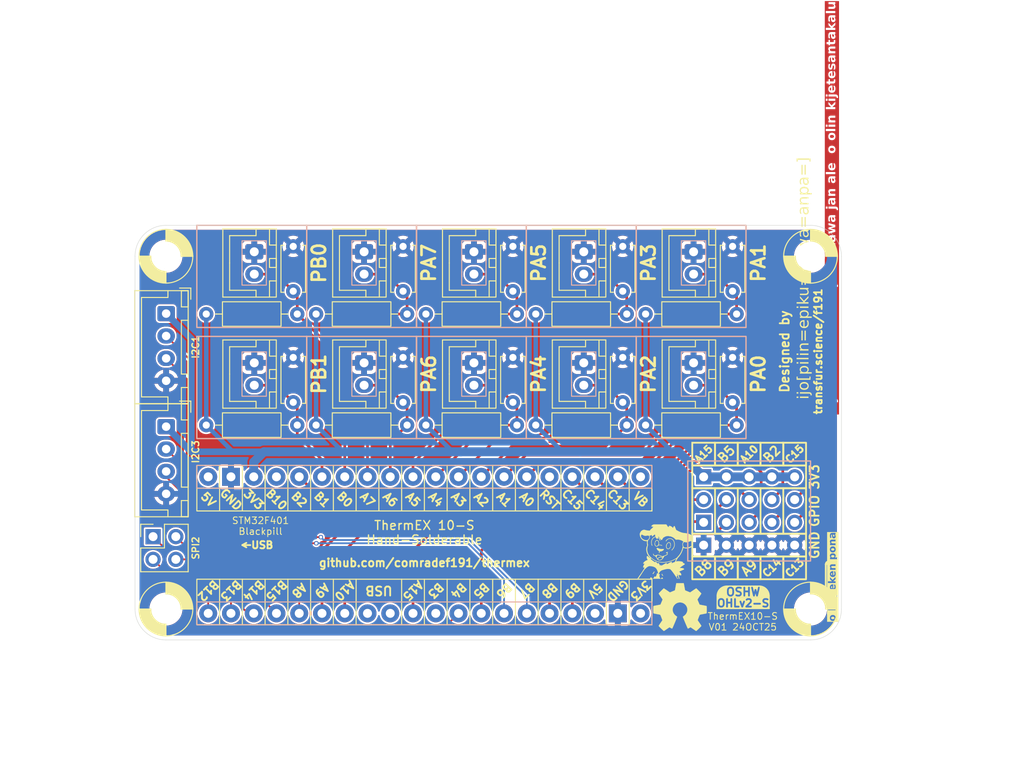
<source format=kicad_pcb>
(kicad_pcb (version 20241229) (generator "pcbnew") (generator_version "9.0")
  (layers (0 "F.Cu" signal) (2 "B.Cu" signal) (13 "F.Paste" user) (15 "B.Paste" user) (5 "F.SilkS" user "F.Silkscreen") (7 "B.SilkS" user "B.Silkscreen") (1 "F.Mask" user) (3 "B.Mask" user) (25 "Edge.Cuts" user))
  (net 0 "")
  (net 1 "GND")
  (net 2 "/ADC-0")
  (net 3 "/ADC-1")
  (net 4 "/ADC-2")
  (net 5 "/ADC-3")
  (net 6 "/ADC-4")
  (net 7 "/ADC-6")
  (net 8 "/ADC-5")
  (net 9 "/ADC-7")
  (net 10 "/ADC-8")
  (net 11 "/ADC-9")
  (net 12 "/GPIO-4")
  (net 13 "/GPIO-5")
  (net 14 "/GPIO-3")
  (net 15 "/GPIO-2")
  (net 16 "/GPIO-11")
  (net 17 "/GPIO-1")
  (net 18 "/GPIO-6")
  (net 19 "/GPIO-10")
  (net 20 "/GPIO-9")
  (net 21 "/GPIO-8")
  (net 22 "+3V3")
  (net 23 "/SPI2-SCK")
  (net 24 "/GPIO-12")
  (net 25 "/SPI2-MISO")
  (net 26 "/SPI2-MOSI")
  (net 28 "/I2C-SDA-1")
  (net 31 "/I2C-SCL-2")
  (net 32 "/I2C-SDA-3")
  (net 33 "/I2C-SCL-1")
  (net 36 "/I2C-SDA-2")
  (net 38 "/I2C-SCL-3")
  (footprint "Resistor_THT:R_Axial_DIN0207_L6.3mm_D2.5mm_P10.16mm_Horizontal" (layer "F.Cu") (at 148.261 63.445)
    (property "Reference" "R1" (hide yes))
    (property "Value" "4.7kΩ")
  )
  (footprint "Capacitor_THT:C_Disc_D5.0mm_W2.5mm_P5.00mm" (layer "F.Cu") (at 157.971 60.895 90)
    (property "Reference" "C1" (hide yes))
    (property "Value" "100nF")
  )
  (footprint "Resistor_THT:R_Axial_DIN0207_L6.3mm_D2.5mm_P10.16mm_Horizontal" (layer "F.Cu") (at 136.001 63.445)
    (property "Reference" "R3" (hide yes))
    (property "Value" "4.7kΩ")
  )
  (footprint "Resistor_THT:R_Axial_DIN0207_L6.3mm_D2.5mm_P10.16mm_Horizontal" (layer "F.Cu") (at 111.481 51.045)
    (property "Reference" "R8" (hide yes))
    (property "Value" "4.7kΩ")
  )
  (footprint "Resistor_THT:R_Axial_DIN0207_L6.3mm_D2.5mm_P10.16mm_Horizontal" (layer "F.Cu") (at 111.481 63.445)
    (property "Reference" "R7" (hide yes))
    (property "Value" "4.7kΩ")
  )
  (footprint "CustomFootprints:Socketed MCU - STM32 BlackPill" (layer "F.Cu") (at 123.571 76.835 180)
    (property "Reference" "U1" (hide yes))
    (property "Value" "~")
  )
  (footprint "CustomFootprints:JST-XH_1x02-V ~ Custom" (layer "F.Cu") (at 141.361 57.745 -90)
    (property "Reference" "J7" (hide yes))
    (property "Value" "1x2-JSTXH")
  )
  (footprint "CustomFootprints:JST-XH_1x02-V ~ Custom" (layer "F.Cu") (at 116.841 57.745 -90)
    (property "Reference" "J11" (hide yes))
    (property "Value" "1x2-JSTXH")
  )
  (footprint "CustomFootprints:JST-XH_1x02-V ~ Custom" (layer "F.Cu") (at 141.361 45.345 -90)
    (property "Reference" "J8" (hide yes))
    (property "Value" "1x2-JSTXH")
  )
  (footprint "Connector_PinHeader_2.54mm:PinHeader_1x05_P2.54mm_Vertical" (layer "F.Cu") (at 154.741 76.84 90)
    (property "Reference" "J1" (hide yes))
    (property "Value" "2.54_1x5-M")
  )
  (footprint "Resistor_THT:R_Axial_DIN0207_L6.3mm_D2.5mm_P10.16mm_Horizontal" (layer "F.Cu") (at 136.001 51.045)
    (property "Reference" "R4" (hide yes))
    (property "Value" "4.7kΩ")
  )
  (footprint "Capacitor_THT:C_Disc_D5.0mm_W2.5mm_P5.00mm" (layer "F.Cu") (at 145.711 48.495 90)
    (property "Reference" "C4" (hide yes))
    (property "Value" "100nF")
  )
  (footprint "Capacitor_THT:C_Disc_D5.0mm_W2.5mm_P5.00mm" (layer "F.Cu") (at 145.711 60.895 90)
    (property "Reference" "C3" (hide yes))
    (property "Value" "100nF")
  )
  (footprint "Capacitor_THT:C_Disc_D5.0mm_W2.5mm_P5.00mm" (layer "F.Cu") (at 121.191 48.495 90)
    (property "Reference" "C8" (hide yes))
    (property "Value" "100nF")
  )
  (footprint "CustomFootprints:JST-XH_1x02-V ~ Custom" (layer "F.Cu") (at 153.621 45.345 -90)
    (property "Reference" "J6" (hide yes))
    (property "Value" "1x2-JSTXH")
  )
  (footprint "Symbol:OSHW-Symbol_6.7x6mm_SilkScreen" (layer "F.Cu") (at 152.0952 83.7692)
    (property "Reference" "REF**" (hide yes))
    (property "Value" "OSHW-Symbol_6.7x6mm_SilkScreen" (hide yes))
  )
  (footprint "Connector_PinHeader_2.54mm:PinHeader_1x05_P2.54mm_Vertical" (layer "F.Cu") (at 154.741 69.22 90)
    (property "Reference" "J3" (hide yes))
    (property "Value" "2.54_1x5-M")
  )
  (footprint "CustomFootprints:JST-XH_1x02-V ~ Custom" (layer "F.Cu") (at 116.841 45.345 -90)
    (property "Reference" "J12" (hide yes))
    (property "Value" "1x2-JSTXH")
  )
  (footprint "Capacitor_THT:C_Disc_D5.0mm_W2.5mm_P5.00mm" (layer "F.Cu") (at 133.451 60.895 90)
    (property "Reference" "C5" (hide yes))
    (property "Value" "100nF")
  )
  (footprint "CustomFootprints:JST-XH_1x02-V ~ Custom" (layer "F.Cu") (at 104.581 57.745 -90)
    (property "Reference" "J14" (hide yes))
    (property "Value" "1x2-JSTXH")
  )
  (footprint "Resistor_THT:R_Axial_DIN0207_L6.3mm_D2.5mm_P10.16mm_Horizontal" (layer "F.Cu") (at 123.741 63.445)
    (property "Reference" "R5" (hide yes))
    (property "Value" "4.7kΩ")
  )
  (footprint "CustomFootprints:M3 Mounting Hole ~ Classic - No Keepout" (layer "F.Cu") (at 166.671 83.972396)
    (property "Reference" "H4" (hide yes))
    (property "Value" "MountingHole")
  )
  (footprint "Connector_PinHeader_2.54mm:PinHeader_2x05_P2.54mm_Vertical" (layer "F.Cu") (at 154.741 74.3 90)
    (property "Reference" "J2" (hide yes))
    (property "Value" "2.54_2x5-M")
  )
  (footprint "Connector_PinHeader_2.54mm:PinHeader_2x02_P2.54mm_Vertical" (layer "F.Cu") (at 93.286 75.89)
    (property "Reference" "J15" (hide yes))
    (property "Value" "2.54_2x2-M")
  )
  (footprint "Resistor_THT:R_Axial_DIN0207_L6.3mm_D2.5mm_P10.16mm_Horizontal" (layer "F.Cu") (at 99.221 51.045)
    (property "Reference" "R9" (hide yes))
    (property "Value" "4.7kΩ")
  )
  (footprint "LOGO" (layer "F.Cu") (at 150.277501 77.195401)
    (property "Reference" "G***" (hide yes))
    (property "Value" "LOGO" (hide yes))
  )
  (footprint "Capacitor_THT:C_Disc_D5.0mm_W2.5mm_P5.00mm" (layer "F.Cu") (at 121.191 60.895 90)
    (property "Reference" "C7" (hide yes))
    (property "Value" "100nF")
  )
  (footprint "Capacitor_THT:C_Disc_D5.0mm_W2.5mm_P5.00mm" (layer "F.Cu") (at 133.451 48.495 90)
    (property "Reference" "C6" (hide yes))
    (property "Value" "100nF")
  )
  (footprint "Connector_JST:JST_XH_B4B-XH-A_1x04_P2.50mm_Vertical" (layer "F.Cu") (at 94.746 50.995 -90)
    (property "Reference" "J16" (hide yes))
    (property "Value" "1x4-JSTXH")
  )
  (footprint "CustomFootprints:JST-XH_1x02-V ~ Custom" (layer "F.Cu") (at 153.621 57.745 -90)
    (property "Reference" "J5" (hide yes))
    (property "Value" "1x2-JSTXH")
  )
  (footprint "Capacitor_THT:C_Disc_D5.0mm_W2.5mm_P5.00mm" (layer "F.Cu") (at 157.971 48.495 90)
    (property "Reference" "C2" (hide yes))
    (property "Value" "100nF")
  )
  (footprint "CustomFootprints:JST-XH_1x02-V ~ Custom" (layer "F.Cu") (at 129.101 57.745 -90)
    (property "Reference" "J9" (hide yes))
    (property "Value" "1x2-JSTXH")
  )
  (footprint "LOGO" (layer "F.Cu") (at 150.317612 77.560379)
    (property "Reference" "G***" (hide yes))
    (property "Value" "LOGO" (hide yes))
  )
  (footprint "Resistor_THT:R_Axial_DIN0207_L6.3mm_D2.5mm_P10.16mm_Horizontal" (layer "F.Cu") (at 123.741 51.045)
    (property "Reference" "R6" (hide yes))
    (property "Value" "4.7kΩ")
  )
  (footprint "Resistor_THT:R_Axial_DIN0207_L6.3mm_D2.5mm_P10.16mm_Horizontal" (layer "F.Cu") (at 99.221 63.445)
    (property "Reference" "R10" (hide yes))
    (property "Value" "4.7kΩ")
  )
  (footprint "CustomFootprints:JST-XH_1x02-V ~ Custom" (layer "F.Cu") (at 104.581 45.345 -90)
    (property "Reference" "J13" (hide yes))
    (property "Value" "1x2-JSTXH")
  )
  (footprint "CustomFootprints:M3 Mounting Hole ~ Classic - No Keepout" (layer "F.Cu") (at 94.721 83.972396)
    (property "Reference" "H2" (hide yes))
    (property "Value" "MountingHole")
  )
  (footprint "CustomFootprints:JST-XH_1x02-V ~ Custom" (layer "F.Cu") (at 129.101 45.345 -90)
    (property "Reference" "J10" (hide yes))
    (property "Value" "1x2-JSTXH")
  )
  (footprint "CustomFootprints:M3 Mounting Hole ~ Classic - No Keepout" (layer "F.Cu") (at 94.721 44.595)
    (property "Reference" "H1" (hide yes))
    (property "Value" "MountingHole")
  )
  (footprint "Connector_JST:JST_XH_B4B-XH-A_1x04_P2.50mm_Vertical" (layer "F.Cu") (at 94.746 63.615 -90)
    (property "Reference" "J4" (hide yes))
    (property "Value" "1x4-JSTXH")
  )
  (footprint "Capacitor_THT:C_Disc_D5.0mm_W2.5mm_P5.00mm" (layer "F.Cu") (at 108.931 48.495 90)
    (property "Reference" "C9" (hide yes))
    (property "Value" "100nF")
  )
  (footprint "CustomFootprints:M3 Mounting Hole ~ Classic - No Keepout" (layer "F.Cu") (at 166.671 44.595)
    (property "Reference" "H3" (hide yes))
    (property "Value" "MountingHole")
  )
  (footprint "Resistor_THT:R_Axial_DIN0207_L6.3mm_D2.5mm_P10.16mm_Horizontal" (layer "F.Cu") (at 148.261 51.045)
    (property "Reference" "R2" (hide yes))
    (property "Value" "4.7kΩ")
  )
  (footprint "Capacitor_THT:C_Disc_D5.0mm_W2.5mm_P5.00mm" (layer "F.Cu") (at 108.931 60.895 90)
    (property "Reference" "C10" (hide yes))
    (property "Value" "100nF")
  )
  (gr_rect (start 153.471 78.11) (end 156.011 80.65) (stroke (width 0.2)) (fill no) (layer "F.SilkS"))
  (gr_rect (start 161.091 65.41) (end 163.631 67.95) (stroke (width 0.2)) (fill no) (layer "F.SilkS"))
  (gr_poly (pts (xy 156.260821 82.6624) (xy 157.304838 82.6624) (xy 157.2864 81.436583) (xy 156.6264 81.646583) (xy 156.254256 82.325126)) (stroke (width 0.05)) (fill yes) (layer "F.SilkS"))
  (gr_rect (start 161.091 78.11) (end 163.631 80.65) (stroke (width 0.2)) (fill no) (layer "F.SilkS"))
  (gr_rect (start 168.702408 78.616408) (end 169.56 78.728) (stroke (width 0.1)) (fill yes) (layer "F.SilkS"))
  (gr_rect (start 153.471 65.41) (end 156.011 67.95) (stroke (width 0.2)) (fill no) (layer "F.SilkS"))
  (gr_line (start 103.251 76.835) (end 103.6955 77.085) (stroke (width 0.2)) (layer "F.SilkS"))
  (gr_line (start 103.251 76.835) (end 103.6955 76.585) (stroke (width 0.2)) (layer "F.SilkS"))
  (gr_poly (pts (xy 168.702408 78.616408) (xy 168.702408 78.855) (xy 168.433 78.855) (xy 168.433 78.728)) (stroke (width 0.1)) (fill yes) (layer "F.SilkS"))
  (gr_rect (start 153.471 70.49) (end 166.171 75.57) (stroke (width 0.2)) (fill no) (layer "F.SilkS"))
  (gr_line (start 162.0564 83.9216) (end 156.2464 83.9216) (stroke (width 0.12)) (layer "F.SilkS"))
  (gr_line (start 156.2464 83.9216) (end 156.2464 82.506583) (stroke (width 0.12)) (layer "F.SilkS"))
  (gr_arc (start 156.2464 82.506583) (mid 156.568583 81.728766) (end 157.3464 81.406583) (stroke (width 0.12)) (layer "F.SilkS"))
  (gr_rect (start 168.321408 78.997408) (end 168.433 81.805) (stroke (width 0.1)) (fill yes) (layer "F.SilkS"))
  (gr_rect (start 156.011 78.11) (end 158.551 80.65) (stroke (width 0.2)) (fill no) (layer "F.SilkS"))
  (gr_rect (start 158.551 65.41) (end 161.091 67.95) (stroke (width 0.2)) (fill no) (layer "F.SilkS"))
  (gr_line (start 162.0564 83.918183) (end 162.0564 82.506583) (stroke (width 0.12)) (layer "F.SilkS"))
  (gr_rect (start 153.471 75.57) (end 166.171 78.11) (stroke (width 0.2)) (fill no) (layer "F.SilkS"))
  (gr_arc (start 168.321408 78.997408) (mid 168.432999 78.728001) (end 168.702408 78.616408) (stroke (width 0.1)) (layer "F.SilkS"))
  (gr_rect (start 168.501408 81.788) (end 169.56 83.133204) (stroke (width 0.1)) (fill yes) (layer "F.SilkS"))
  (gr_poly (pts (xy 168.321408 78.997408) (xy 168.56 78.997408) (xy 168.56 78.728) (xy 168.433 78.728)) (stroke (width 0.1)) (fill yes) (layer "F.SilkS"))
  (gr_line (start 158.551 70.49) (end 158.551 75.57) (stroke (width 0.2)) (layer "F.SilkS"))
  (gr_line (start 103.251 76.835) (end 104.14 76.835) (stroke (width 0.2)) (layer "F.SilkS"))
  (gr_rect (start 156.011 65.41) (end 158.551 67.95) (stroke (width 0.2)) (fill no) (layer "F.SilkS"))
  (gr_rect (start 158.551 78.11) (end 161.091 80.65) (stroke (width 0.2)) (fill no) (layer "F.SilkS"))
  (gr_line (start 157.352515 81.406583) (end 160.9564 81.406583) (stroke (width 0.12)) (layer "F.SilkS"))
  (gr_line (start 156.011 70.49) (end 156.011 75.57) (stroke (width 0.2)) (layer "F.SilkS"))
  (gr_line (start 161.091 70.49) (end 161.091 75.57) (stroke (width 0.2)) (layer "F.SilkS"))
  (gr_arc (start 160.9564 81.406583) (mid 161.734215 81.728768) (end 162.0564 82.506583) (stroke (width 0.12)) (layer "F.SilkS"))
  (gr_line (start 163.631 70.49) (end 163.631 75.57) (stroke (width 0.2)) (layer "F.SilkS"))
  (gr_poly (pts (xy 162.060044 82.665079) (xy 160.965296 82.665079) (xy 161.038999 81.480862) (xy 161.1264 81.416583) (xy 161.7064 81.696583) (xy 162.065636 82.377805)) (stroke (width 0.05)) (fill yes) (layer "F.SilkS"))
  (gr_rect (start 153.471 67.95) (end 166.171 70.49) (stroke (width 0.2)) (fill no) (layer "F.SilkS"))
  (gr_rect (start 163.631 65.41) (end 166.171 67.95) (stroke (width 0.2)) (fill no) (layer "F.SilkS"))
  (gr_rect (start 163.631 78.11) (end 166.171 80.65) (stroke (width 0.2)) (fill no) (layer "F.SilkS"))
  (gr_rect (start 110.431 41.145) (end 122.691 52.545) (stroke (width 0.15)) (fill no) (layer "B.SilkS"))
  (gr_rect (start 147.211 53.545) (end 159.471 64.945) (stroke (width 0.15)) (fill no) (layer "B.SilkS"))
  (gr_rect (start 147.211 41.145) (end 159.471 52.545) (stroke (width 0.15)) (fill no) (layer "B.SilkS"))
  (gr_rect (start 122.691 53.545) (end 134.951 64.945) (stroke (width 0.15)) (fill no) (layer "B.SilkS"))
  (gr_rect (start 110.431 53.545) (end 122.691 64.945) (stroke (width 0.15)) (fill no) (layer "B.SilkS"))
  (gr_rect (start 98.171 41.145) (end 110.431 52.545) (stroke (width 0.15)) (fill no) (layer "B.SilkS"))
  (gr_rect (start 98.171 53.545) (end 110.431 64.945) (stroke (width 0.15)) (fill no) (layer "B.SilkS"))
  (gr_rect (start 152.971 67.45) (end 166.671 78.61) (stroke (width 0.15)) (fill no) (layer "B.SilkS"))
  (gr_rect (start 122.691 41.145) (end 134.951 52.545) (stroke (width 0.15)) (fill no) (layer "B.SilkS"))
  (gr_rect (start 134.951 41.145) (end 147.211 52.545) (stroke (width 0.15)) (fill no) (layer "B.SilkS"))
  (gr_rect (start 134.951 53.545) (end 147.211 64.945) (stroke (width 0.15)) (fill no) (layer "B.SilkS"))
  (gr_arc (start 166.670996 41.145004) (mid 169.110513 42.155482) (end 170.120996 44.594996) (stroke (width 0.05)) (layer "Edge.Cuts"))
  (gr_line (start 166.671 87.422396) (end 94.721 87.422396) (stroke (width 0.05)) (layer "Edge.Cuts"))
  (gr_line (start 170.120992 83.9724) (end 170.121 44.595) (stroke (width 0.05)) (layer "Edge.Cuts"))
  (gr_arc (start 94.721 87.422396) (mid 92.281483 86.411918) (end 91.271 83.972404) (stroke (width 0.05)) (layer "Edge.Cuts"))
  (gr_arc (start 91.271004 44.595004) (mid 92.281482 42.155487) (end 94.720996 41.145004) (stroke (width 0.05)) (layer "Edge.Cuts"))
  (gr_arc (start 170.120992 83.972396) (mid 169.110514 86.411913) (end 166.671 87.422396) (stroke (width 0.05)) (layer "Edge.Cuts"))
  (gr_line (start 91.271 83.972404) (end 91.271 44.595) (stroke (width 0.05)) (layer "Edge.Cuts"))
  (gr_line (start 166.671 41.145) (end 94.721 41.145) (stroke (width 0.05)) (layer "Edge.Cuts"))
  (gr_text "kijetesantakalu li pona tawa jan ale  o olin kijetesantakalu" (at 169.61 62.262 90) (layer "F.Cu" knockout) (effects (font (size 1 1) (thickness 0.15) (bold yes)) (justify left bottom)))
  (gr_text "C13" (at 164.901 79.38 45) (layer "F.SilkS") (effects (font (size 0.8 0.8) (thickness 0.2) (bold yes))))
  (gr_text "PA3" (at 147.711 45.345 90) (layer "F.SilkS") (effects (font (size 1.5 1.5) (thickness 0.3) (bold yes)) (justify top)))
  (gr_text "PA4" (at 135.451 57.745 90) (layer "F.SilkS") (effects (font (size 1.5 1.5) (thickness 0.3) (bold yes)) (justify top)))
  (gr_text "PA2" (at 147.711 57.745 90) (layer "F.SilkS") (effects (font (size 1.5 1.5) (thickness 0.3) (bold yes)) (justify top)))
  (gr_text "GND" (at 166.535 76.84 90) (layer "F.SilkS") (effects (font (size 1 1) (thickness 0.2) (bold yes)) (justify top)))
  (gr_text "USB" (at 104.14 76.835 0) (layer "F.SilkS") (effects (font (size 0.8 0.8) (thickness 0.2) (bold yes)) (justify left)))
  (gr_text "OSHW" (at 159.1564 82.596583 0) (layer "F.SilkS" knockout) (effects (font (size 0.9 0.9) (thickness 0.2) (bold yes)) (justify bottom)))
  (gr_text "PA7" (at 123.191 45.345 90) (layer "F.SilkS") (effects (font (size 1.5 1.5) (thickness 0.3) (bold yes)) (justify top)))
  (gr_text "PA1" (at 159.971 45.345 90) (layer "F.SilkS") (effects (font (size 1.5 1.5) (thickness 0.3) (bold yes)) (justify top)))
  (gr_text "ijo[pilin=epiku=wawa=anpa=]" (at 165.9262 60.5766 90) (layer "F.SilkS") (effects (font (size 1.25 1.25)) (justify left)))
  (gr_text "transfur.science/f191" (at 167.0304 55.2196 90) (layer "F.SilkS") (effects (font (size 0.85 0.85) (thickness 0.2) (bold yes)) (justify top)))
  (gr_text "C14" (at 162.361 79.38 45) (layer "F.SilkS") (effects (font (size 0.8 0.8) (thickness 0.2) (bold yes))))
  (gr_text "OHLv2-S" (at 159.151746 83.82 0) (layer "F.SilkS" knockout) (effects (font (size 0.85 0.85) (thickness 0.2) (bold yes)) (justify bottom)))
  (gr_text "3V3" (at 166.535 69.22 90) (layer "F.SilkS") (effects (font (size 1 1) (thickness 0.2) (bold yes)) (justify top)))
  (gr_text "I2C1" (at 97.596 54.745 90) (layer "F.SilkS") (effects (font (size 0.75 0.75) (thickness 0.15) (bold yes)) (justify top)))
  (gr_text "B8" (at 154.741 79.38 45) (layer "F.SilkS") (effects (font (size 1 1) (thickness 0.2) (bold yes))))
  (gr_text "A15" (at 154.741 66.68 45) (layer "F.SilkS") (effects (font (size 0.8 0.8) (thickness 0.2) (bold yes))))
  (gr_text "A10" (at 159.821 66.68 45) (layer "F.SilkS") (effects (font (size 0.8 0.8) (thickness 0.2) (bold yes))))
  (gr_text "I2C3" (at 97.596 66.421 90) (layer "F.SilkS") (effects (font (size 0.75 0.75) (thickness 0.15) (bold yes)) (justify top)))
  (gr_text "\ngithub.com/comradef191/thermex" (at 123.571 76.835 0) (layer "F.SilkS") (effects (font (size 0.9 0.9) (thickness 0.2) (bold yes)) (justify top)))
  (gr_text "PB1" (at 110.931 57.745 90) (layer "F.SilkS") (effects (font (size 1.5 1.5) (thickness 0.3) (bold yes)) (justify top)))
  (gr_text "PA6" (at 123.191 57.745 90) (layer "F.SilkS") (effects (font (size 1.5 1.5) (thickness 0.3) (bold yes)) (justify top)))
  (gr_text "ThermEX 10-S\nHand-Solderable" (at 123.571 76.835 0) (layer "F.SilkS") (effects (font (size 1 1) (thickness 0.15) (bold yes)) (justify bottom)))
  (gr_text "B2" (at 162.361 66.68 45) (layer "F.SilkS") (effects (font (size 1 1) (thickness 0.2) (bold yes))))
  (gr_text "PA5" (at 135.451 45.345 90) (layer "F.SilkS") (effects (font (size 1.5 1.5) (thickness 0.3) (bold yes)) (justify top)))
  (gr_text "PB0" (at 110.931 45.345 90) (layer "F.SilkS") (effects (font (size 1.5 1.5) (thickness 0.3) (bold yes)) (justify top)))
  (gr_text "A9" (at 159.821 79.38 45) (layer "F.SilkS") (effects (font (size 1 1) (thickness 0.2) (bold yes))))
  (gr_text "ThermEX10-S\nV01 24OCT25" (at 159.1056 84.338983 0) (layer "F.SilkS") (effects (font (size 0.75 0.75) (thickness 0.1)) (justify top)))
  (gr_text "B9" (at 157.281 79.38 45) (layer "F.SilkS") (effects (font (size 1 1) (thickness 0.2) (bold yes))))
  (gr_text "B5" (at 157.281 66.68 45) (layer "F.SilkS") (effects (font (size 1 1) (thickness 0.2) (bold yes))))
  (gr_text "C15" (at 164.901 66.68 45) (layer "F.SilkS") (effects (font (size 0.8 0.8) (thickness 0.2) (bold yes))))
  (gr_text "SPI2" (at 97.606 77.165 90) (layer "F.SilkS") (effects (font (size 0.75 0.75) (thickness 0.15) (bold yes)) (justify top)))
  (gr_text "PA0" (at 159.971 57.745 90) (layer "F.SilkS") (effects (font (size 1.5 1.5) (thickness 0.3) (bold yes)) (justify top)))
  (gr_text "o kepeken pona" (at 169.13 80.367396 90) (layer "F.SilkS" knockout) (effects (font (size 0.8 0.8) (thickness 0.18) (bold yes))))
  (gr_text "STM32F401\nBlackpill" (at 105.283 73.66 0) (layer "F.SilkS") (effects (font (size 0.75 0.75) (thickness 0.1)) (justify top)))
  (gr_text "GPIO" (at 166.535 73.03 90) (layer "F.SilkS") (effects (font (size 1 1) (thickness 0.2) (bold yes)) (justify top)))
  (gr_text "Designed by" (at 163.7792 55.2196 90) (layer "F.SilkS") (effects (font (size 1 1) (thickness 0.2) (bold yes))))
  (segment (start 156.071 58.995) (end 157.971 60.895) (width 0.3) (layer "F.Cu") (net 2))
  (segment (start 158.421 63.445) (end 158.421 61.345) (width 0.3) (layer "F.Cu") (net 2))
  (segment (start 149.225 67.564) (end 153.344 63.445) (width 0.3) (layer "F.Cu") (net 2))
  (segment (start 153.344 63.445) (end 158.421 63.445) (width 0.3) (layer "F.Cu") (net 2))
  (segment (start 135.001 69.215) (end 136.652 67.564) (width 0.3) (layer "F.Cu") (net 2))
  (segment (start 136.652 67.564) (end 149.225 67.564) (width 0.3) (layer "F.Cu") (net 2))
  (segment (start 158.421 61.345) (end 157.971 60.895) (width 0.3) (layer "F.Cu") (net 2))
  (segment (start 153.621 58.995) (end 156.071 58.995) (width 0.3) (layer "F.Cu") (net 2))
  (segment (start 134.874 66.802) (end 147.701 66.802) (width 0.3) (layer "F.Cu") (net 3))
  (segment (start 132.461 69.215) (end 134.874 66.802) (width 0.3) (layer "F.Cu") (net 3))
  (segment (start 158.421 51.045) (end 158.421 48.945) (width 0.3) (layer "F.Cu") (net 3))
  (segment (start 153.621 46.595) (end 156.071 46.595) (width 0.3) (layer "F.Cu") (net 3))
  (segment (start 150.876 54.737) (end 154.568 51.045) (width 0.3) (layer "F.Cu") (net 3))
  (segment (start 154.568 51.045) (end 158.421 51.045) (width 0.3) (layer "F.Cu") (net 3))
  (segment (start 147.701 66.802) (end 150.876 63.627) (width 0.3) (layer "F.Cu") (net 3))
  (segment (start 150.876 63.627) (end 150.876 54.737) (width 0.3) (layer "F.Cu") (net 3))
  (segment (start 156.071 46.595) (end 157.971 48.495) (width 0.3) (layer "F.Cu") (net 3))
  (segment (start 158.421 48.945) (end 157.971 48.495) (width 0.3) (layer "F.Cu") (net 3))
  (segment (start 146.161 63.445) (end 146.161 61.345) (width 0.3) (layer "F.Cu") (net 4))
  (segment (start 129.921 69.215) (end 133.35 65.786) (width 0.3) (layer "F.Cu") (net 4))
  (segment (start 143.811 58.995) (end 145.711 60.895) (width 0.3) (layer "F.Cu") (net 4))
  (segment (start 133.35 65.786) (end 143.82 65.786) (width 0.3) (layer "F.Cu") (net 4))
  (segment (start 141.361 58.995) (end 143.811 58.995) (width 0.3) (layer "F.Cu") (net 4))
  (segment (start 143.82 65.786) (end 146.161 63.445) (width 0.3) (layer "F.Cu") (net 4))
  (segment (start 146.161 61.345) (end 145.711 60.895) (width 0.3) (layer "F.Cu") (net 4))
  (segment (start 141.361 46.595) (end 143.811 46.595) (width 0.3) (layer "F.Cu") (net 5))
  (segment (start 127.381 69.215) (end 131.699 64.897) (width 0.3) (layer "F.Cu") (net 5))
  (segment (start 146.161 51.045) (end 146.161 48.945) (width 0.3) (layer "F.Cu") (net 5))
  (segment (start 138.557 63.754) (end 138.557 54.737) (width 0.3) (layer "F.Cu") (net 5))
  (segment (start 142.249 51.045) (end 146.161 51.045) (width 0.3) (layer "F.Cu") (net 5))
  (segment (start 146.161 48.945) (end 145.711 48.495) (width 0.3) (layer "F.Cu") (net 5))
  (segment (start 143.811 46.595) (end 145.711 48.495) (width 0.3) (layer "F.Cu") (net 5))
  (segment (start 138.557 54.737) (end 142.249 51.045) (width 0.3) (layer "F.Cu") (net 5))
  (segment (start 137.414 64.897) (end 138.557 63.754) (width 0.3) (layer "F.Cu") (net 5))
  (segment (start 131.699 64.897) (end 137.414 64.897) (width 0.3) (layer "F.Cu") (net 5))
  (segment (start 131.551 58.995) (end 133.451 60.895) (width 0.3) (layer "F.Cu") (net 6))
  (segment (start 133.901 63.445) (end 133.901 61.345) (width 0.3) (layer "F.Cu") (net 6))
  (segment (start 130.611 63.445) (end 133.901 63.445) (width 0.3) (layer "F.Cu") (net 6))
  (segment (start 124.841 69.215) (end 130.611 63.445) (width 0.3) (layer "F.Cu") (net 6))
  (segment (start 129.101 58.995) (end 131.551 58.995) (width 0.3) (layer "F.Cu") (net 6))
  (segment (start 133.901 61.345) (end 133.451 60.895) (width 0.3) (layer "F.Cu") (net 6))
  (segment (start 121.641 61.345) (end 121.191 60.895) (width 0.3) (layer "F.Cu") (net 7))
  (segment (start 116.841 58.995) (end 119.291 58.995) (width 0.3) (layer "F.Cu") (net 7))
  (segment (start 119.761 69.215) (end 119.761 65.325) (width 0.3) (layer "F.Cu") (net 7))
  (segment (start 119.761 65.325) (end 121.641 63.445) (width 0.3) (layer "F.Cu") (net 7))
  (segment (start 121.641 63.445) (end 121.641 61.345) (width 0.3) (layer "F.Cu") (net 7))
  (segment (start 119.291 58.995) (end 121.191 60.895) (width 0.3) (layer "F.Cu") (net 7))
  (segment (start 133.901 48.945) (end 133.451 48.495) (width 0.3) (layer "F.Cu") (net 8))
  (segment (start 122.301 67.691) (end 125.603 64.389) (width 0.3) (layer "F.Cu") (net 8))
  (segment (start 131.551 46.595) (end 133.451 48.495) (width 0.3) (layer "F.Cu") (net 8))
  (segment (start 125.603 64.389) (end 125.603 54.737) (width 0.3) (layer "F.Cu") (net 8))
  (segment (start 129.101 46.595) (end 131.551 46.595) (width 0.3) (layer "F.Cu") (net 8))
  (segment (start 125.603 54.737) (end 129.295 51.045) (width 0.3) (layer "F.Cu") (net 8))
  (segment (start 133.901 51.045) (end 133.901 48.945) (width 0.3) (layer "F.Cu") (net 8))
  (segment (start 122.301 69.215) (end 122.301 67.691) (width 0.3) (layer "F.Cu") (net 8))
  (segment (start 129.295 51.045) (end 133.901 51.045) (width 0.3) (layer "F.Cu") (net 8))
  (segment (start 114.554 62.103) (end 114.554 54.61) (width 0.3) (layer "F.Cu") (net 9))
  (segment (start 118.119 51.045) (end 121.641 51.045) (width 0.3) (layer "F.Cu") (net 9))
  (segment (start 114.554 54.61) (end 118.119 51.045) (width 0.3) (layer "F.Cu") (net 9))
  (segment (start 117.221 64.77) (end 114.554 62.103) (width 0.3) (layer "F.Cu") (net 9))
  (segment (start 117.221 69.215) (end 117.221 64.77) (width 0.3) (layer "F.Cu") (net 9))
  (segment (start 116.841 46.595) (end 119.291 46.595) (width 0.3) (layer "F.Cu") (net 9))
  (segment (start 119.291 46.595) (end 121.191 48.495) (width 0.3) (layer "F.Cu") (net 9))
  (segment (start 121.641 48.945) (end 121.191 48.495) (width 0.3) (layer "F.Cu") (net 9))
  (segment (start 121.641 51.045) (end 121.641 48.945) (width 0.3) (layer "F.Cu") (net 9))
  (segment (start 109.381 48.945) (end 108.931 48.495) (width 0.3) (layer "F.Cu") (net 10))
  (segment (start 114.681 69.215) (end 114.681 64.643) (width 0.3) (layer "F.Cu") (net 10))
  (segment (start 113.03 62.992) (end 113.03 54.694) (width 0.3) (layer "F.Cu") (net 10))
  (segment (start 107.031 46.595) (end 108.931 48.495) (width 0.3) (layer "F.Cu") (net 10))
  (segment (start 104.581 46.595) (end 107.031 46.595) (width 0.3) (layer "F.Cu") (net 10))
  (segment (start 113.03 54.694) (end 109.381 51.045) (width 0.3) (layer "F.Cu") (net 10))
  (segment (start 109.381 51.045) (end 109.381 48.945) (width 0.3) (layer "F.Cu") (net 10))
  (segment (start 114.681 64.643) (end 113.03 62.992) (width 0.3) (layer "F.Cu") (net 10))
  (segment (start 112.141 67.31) (end 109.381 64.55) (width 0.3) (layer "F.Cu") (net 11))
  (segment (start 112.141 69.215) (end 112.141 67.31) (width 0.3) (layer "F.Cu") (net 11))
  (segment (start 109.381 61.345) (end 108.931 60.895) (width 0.3) (layer "F.Cu") (net 11))
  (segment (start 109.381 63.445) (end 109.381 61.345) (width 0.3) (layer "F.Cu") (net 11))
  (segment (start 107.031 58.995) (end 108.931 60.895) (width 0.3) (layer "F.Cu") (net 11))
  (segment (start 104.581 58.995) (end 107.031 58.995) (width 0.3) (layer "F.Cu") (net 11))
  (segment (start 109.381 64.55) (end 109.381 63.445) (width 0.3) (layer "F.Cu") (net 11))
  (segment (start 153.639952 67.484) (end 149.214955 71.908997) (width 0.3) (layer "F.Cu") (net 12))
  (segment (start 149.214955 71.908997) (end 112.294997 71.908997) (width 0.3) (layer "F.Cu") (net 12))
  (segment (start 163.576 68.185) (end 162.875 67.484) (width 0.3) (layer "F.Cu") (net 12))
  (segment (start 163.576 70.545) (end 163.576 68.185) (width 0.3) (layer "F.Cu") (net 12))
  (segment (start 162.361 71.76) (end 163.576 70.545) (width 0.3) (layer "F.Cu") (net 12))
  (segment (start 112.294997 71.908997) (end 109.601 69.215) (width 0.3) (layer "F.Cu") (net 12))
  (segment (start 162.875 67.484) (end 153.639952 67.484) (width 0.3) (layer "F.Cu") (net 12))
  (segment (start 142.861004 74.674996) (end 152.525996 74.674996) (width 0.3) (layer "F.Cu") (net 13))
  (segment (start 156.016 75.565) (end 157.281 74.3) (width 0.3) (layer "F.Cu") (net 13))
  (segment (start 140.081 77.455) (end 142.861004 74.674996) (width 0.3) (layer "F.Cu") (net 13))
  (segment (start 152.525996 74.674996) (end 153.416 75.565) (width 0.3) (layer "F.Cu") (net 13))
  (segment (start 140.081 84.455) (end 140.081 77.455) (width 0.3) (layer "F.Cu") (net 13))
  (segment (start 153.416 75.565) (end 156.016 75.565) (width 0.3) (layer "F.Cu") (net 13))
  (segment (start 140.081 69.215) (end 142.313997 71.447997) (width 0.3) (layer "F.Cu") (net 14))
  (segment (start 142.313997 71.447997) (end 149.024003 71.447997) (width 0.3) (layer "F.Cu") (net 14))
  (segment (start 153.449 67.023) (end 163.065953 67.023001) (width 0.3) (layer "F.Cu") (net 14))
  (segment (start 164.813 67.023) (end 166.29 68.5) (width 0.3) (layer "F.Cu") (net 14))
  (segment (start 163.065955 67.022999) (end 164.813 67.023) (width 0.3) (layer "F.Cu") (net 14))
  (segment (start 166.29 68.5) (end 166.29 70.371) (width 0.3) (layer "F.Cu") (net 14))
  (segment (start 163.065953 67.023001) (end 163.065955 67.022999) (width 0.3) (layer "F.Cu") (net 14))
  (segment (start 166.29 70.371) (end 164.901 71.76) (width 0.3) (layer "F.Cu") (net 14))
  (segment (start 149.024003 71.447997) (end 153.449 67.023) (width 0.3) (layer "F.Cu") (net 14))
  (segment (start 162.875003 66.561999) (end 165.003953 66.562001) (width 0.3) (layer "F.Cu") (net 15))
  (segment (start 142.621 69.215) (end 144.392997 70.986997) (width 0.3) (layer "F.Cu") (net 15))
  (segment (start 148.833051 70.986997) (end 153.258048 66.562) (width 0.3) (layer "F.Cu") (net 15))
  (segment (start 144.392997 70.986997) (end 148.833051 70.986997) (width 0.3) (layer "F.Cu") (net 15))
  (segment (start 166.751 71.755) (end 165.481 73.025) (width 0.3) (layer "F.Cu") (net 15))
  (segment (start 165.481 73.025) (end 163.636 73.025) (width 0.3) (layer "F.Cu") (net 15))
  (segment (start 165.003953 66.562001) (end 166.751 68.309048) (width 0.3) (layer "F.Cu") (net 15))
  (segment (start 162.875 66.562002) (end 162.875003 66.561999) (width 0.3) (layer "F.Cu") (net 15))
  (segment (start 166.751 68.309048) (end 166.751 71.755) (width 0.3) (layer "F.Cu") (net 15))
  (segment (start 153.258048 66.562) (end 162.875 66.562002) (width 0.3) (layer "F.Cu") (net 15))
  (segment (start 163.636 73.025) (end 162.361 74.3) (width 0.3) (layer "F.Cu") (net 15))
  (segment (start 149.405907 72.369997) (end 153.830904 67.945) (width 0.3) (layer "F.Cu") (net 16))
  (segment (start 161.163 68.707) (end 161.163 72.958) (width 0.3) (layer "F.Cu") (net 16))
  (segment (start 112.141 84.455) (end 112.141 77.455) (width 0.3) (layer "F.Cu") (net 16))
  (segment (start 112.141 77.455) (end 117.226003 72.369997) (width 0.3) (layer "F.Cu") (net 16))
  (segment (start 117.226003 72.369997) (end 149.405907 72.369997) (width 0.3) (layer "F.Cu") (net 16))
  (segment (start 153.830904 67.945) (end 160.401 67.945) (width 0.3) (layer "F.Cu") (net 16))
  (segment (start 161.163 72.958) (end 159.821 74.3) (width 0.3) (layer "F.Cu") (net 16))
  (segment (start 160.401 67.945) (end 161.163 68.707) (width 0.3) (layer "F.Cu") (net 16))
  (segment (start 146.471997 70.525997) (end 148.642099 70.525997) (width 0.3) (layer "F.Cu") (net 17))
  (segment (start 165.194906 66.101002) (end 167.212 68.118096) (width 0.3) (layer "F.Cu") (net 17))
  (segment (start 167.212 68.118096) (end 167.212 71.989) (width 0.3) (layer "F.Cu") (net 17))
  (segment (start 162.684051 66.100999) (end 165.194906 66.101002) (width 0.3) (layer "F.Cu") (net 17))
  (segment (start 167.212 71.989) (end 164.901 74.3) (width 0.3) (layer "F.Cu") (net 17))
  (segment (start 148.642099 70.525997) (end 153.067096 66.101) (width 0.3) (layer "F.Cu") (net 17))
  (segment (start 145.161 69.215) (end 146.471997 70.525997) (width 0.3) (layer "F.Cu") (net 17))
  (segment (start 162.684047 66.101003) (end 162.684051 66.100999) (width 0.3) (layer "F.Cu") (net 17))
  (segment (start 153.067096 66.101) (end 162.684047 66.101003) (width 0.3) (layer "F.Cu") (net 17))
  (segment (start 140.782004 74.213996) (end 154.654996 74.213996) (width 0.3) (layer "F.Cu") (net 18))
  (segment (start 137.541 77.455) (end 140.782004 74.213996) (width 0.3) (layer "F.Cu") (net 18))
  (segment (start 154.654996 74.213996) (end 154.741 74.3) (width 0.3) (layer "F.Cu") (net 18))
  (segment (start 137.541 84.455) (end 137.541 77.455) (width 0.3) (layer "F.Cu") (net 18))
  (segment (start 151.942856 70.485) (end 158.546 70.485) (width 0.3) (layer "F.Cu") (net 19))
  (segment (start 158.546 70.485) (end 159.821 71.76) (width 0.3) (layer "F.Cu") (net 19))
  (segment (start 114.681 77.455) (end 119.305003 72.830997) (width 0.3) (layer "F.Cu") (net 19))
  (segment (start 119.305003 72.830997) (end 149.59686 72.830996) (width 0.3) (layer "F.Cu") (net 19))
  (segment (start 114.681 84.455) (end 114.681 77.455) (width 0.3) (layer "F.Cu") (net 19))
  (segment (start 149.59686 72.830996) (end 151.942856 70.485) (width 0.3) (layer "F.Cu") (net 19))
  (segment (start 122.301 77.455) (end 126.464004 73.291996) (width 0.3) (layer "F.Cu") (net 20))
  (segment (start 151.319808 71.76) (end 154.741 71.76) (width 0.3) (layer "F.Cu") (net 20))
  (segment (start 149.787813 73.291995) (end 151.319808 71.76) (width 0.3) (layer "F.Cu") (net 20))
  (segment (start 122.301 84.455) (end 122.301 77.455) (width 0.3) (layer "F.Cu") (net 20))
  (segment (start 126.464004 73.291996) (end 149.787813 73.291995) (width 0.3) (layer "F.Cu") (net 20))
  (segment (start 149.978764 73.752996) (end 150.70676 73.025) (width 0.3) (layer "F.Cu") (net 21))
  (segment (start 129.921 84.455) (end 129.921 77.455) (width 0.3) (layer "F.Cu") (net 21))
  (segment (start 133.623004 73.752996) (end 149.978764 73.752996) (width 0.3) (layer "F.Cu") (net 21))
  (segment (start 156.016 73.025) (end 157.281 71.76) (width 0.3) (layer "F.Cu") (net 21))
  (segment (start 129.921 77.455) (end 133.623004 73.752996) (width 0.3) (layer "F.Cu") (net 21))
  (segment (start 150.70676 73.025) (end 156.016 73.025) (width 0.3) (layer "F.Cu") (net 21))
  (segment (start 97.552 66.421) (end 105.664 66.421) (width 0.75) (layer "B.Cu") (net 22))
  (segment (start 136.001 63.445) (end 138.977 66.421) (width 0.5) (layer "B.Cu") (net 22))
  (segment (start 154.741 69.22) (end 164.901 69.22) (width 1) (layer "B.Cu") (net 22))
  (segment (start 123.741 63.445) (end 123.741 51.045) (width 0.5) (layer "B.Cu") (net 22))
  (segment (start 140.97 66.421) (end 151.942 66.421) (width 1) (layer "B.Cu") (net 22))
  (segment (start 97.552 53.801) (end 94.746 50.995) (width 0.75) (layer "B.Cu") (net 22))
  (segment (start 99.221 63.445) (end 102.197 66.421) (width 0.5) (layer "B.Cu") (net 22))
  (segment (start 102.197 66.421) (end 107.315 66.421) (width 0.5) (layer "B.Cu") (net 22))
  (segment (start 148.261 63.445) (end 148.261 51.045) (width 0.5) (layer "B.Cu") (net 22))
  (segment (start 127.635 66.421) (end 140.97 66.421) (width 1) (layer "B.Cu") (net 22))
  (segment (start 123.741 63.445) (end 126.717 66.421) (width 0.5) (layer "B.Cu") (net 22))
  (segment (start 104.521 67.564) (end 105.664 66.421) (width 1) (layer "B.Cu") (net 22))
  (segment (start 136.001 51.045) (end 136.001 63.445) (width 0.5) (layer "B.Cu") (net 22))
  (segment (start 151.237 66.421) (end 151.942 66.421) (width 0.5) (layer "B.Cu") (net 22))
  (segment (start 94.746 63.615) (end 97.552 66.421) (width 0.75) (layer "B.Cu") (net 22))
  (segment (start 97.552 66.421) (end 97.552 53.801) (width 0.75) (layer "B.Cu") (net 22))
  (segment (start 111.481 63.445) (end 114.457 66.421) (width 0.5) (layer "B.Cu") (net 22))
  (segment (start 99.221 63.445) (end 99.221 51.045) (width 0.5) (layer "B.Cu") (net 22))
  (segment (start 138.977 66.421) (end 140.97 66.421) (width 0.5) (layer "B.Cu") (net 22))
  (segment (start 148.261 63.445) (end 151.237 66.421) (width 0.5) (layer "B.Cu") (net 22))
  (segment (start 116.84 66.421) (end 127.635 66.421) (width 1) (layer "B.Cu") (net 22))
  (segment (start 105.664 66.421) (end 107.315 66.421) (width 1) (layer "B.Cu") (net 22))
  (segment (start 107.315 66.421) (end 116.84 66.421) (width 1) (layer "B.Cu") (net 22))
  (segment (start 151.942 66.421) (end 154.741 69.22) (width 1) (layer "B.Cu") (net 22))
  (segment (start 104.521 69.215) (end 104.521 67.564) (width 1) (layer "B.Cu") (net 22))
  (segment (start 126.717 66.421) (end 127.635 66.421) (width 0.5) (layer "B.Cu") (net 22))
  (segment (start 114.457 66.421) (end 116.84 66.421) (width 0.5) (layer "B.Cu") (net 22))
  (segment (start 111.481 63.445) (end 111.481 51.045) (width 0.5) (layer "B.Cu") (net 22))
  (segment (start 97.350468 78.43) (end 95.826 78.43) (width 0.2) (layer "F.Cu") (net 23))
  (segment (start 101.831468 82.911) (end 97.350468 78.43) (width 0.2) (layer "F.Cu") (net 23))
  (segment (start 101.834 82.911) (end 101.831468 82.911) (width 0.2) (layer "F.Cu") (net 23))
  (segment (start 101.981 83.058) (end 101.834 82.911) (width 0.2) (layer "F.Cu") (net 23))
  (segment (start 101.981 84.455) (end 101.981 83.058) (width 0.2) (layer "F.Cu") (net 23))
  (segment (start 99.441 84.455) (end 99.441 81.031064) (width 0.2) (layer "F.Cu") (net 24))
  (segment (start 99.441 81.031064) (end 98.165936 79.756) (width 0.2) (layer "F.Cu") (net 24))
  (segment (start 98.165936 79.756) (end 94.612 79.756) (width 0.2) (layer "F.Cu") (net 24))
  (segment (start 94.612 79.756) (end 93.286 78.43) (width 0.2) (layer "F.Cu") (net 24))
  (segment (start 94.612 77.216) (end 93.286 75.89) (width 0.2) (layer "F.Cu") (net 25))
  (segment (start 103.886 84.455) (end 102.342 82.911) (width 0.2) (layer "F.Cu") (net 25))
  (segment (start 102.342 82.908468) (end 101.983531 82.55) (width 0.2) (layer "F.Cu") (net 25))
  (segment (start 96.647 77.216) (end 94.612 77.216) (width 0.2) (layer "F.Cu") (net 25))
  (segment (start 104.521 84.455) (end 103.886 84.455) (width 0.2) (layer "F.Cu") (net 25))
  (segment (start 101.981 82.55) (end 96.647 77.216) (width 0.2) (layer "F.Cu") (net 25))
  (segment (start 102.342 82.911) (end 102.342 82.908468) (width 0.2) (layer "F.Cu") (net 25))
  (segment (start 101.983531 82.55) (end 101.981 82.55) (width 0.2) (layer "F.Cu") (net 25))
  (segment (start 102.133061 82.189) (end 102.130531 82.189) (width 0.2) (layer "F.Cu") (net 26))
  (segment (start 105.156 82.55) (end 102.494063 82.55) (width 0.2) (layer "F.Cu") (net 26))
  (segment (start 96.796531 76.855) (end 96.791 76.855) (width 0.2) (layer "F.Cu") (net 26))
  (segment (start 102.130531 82.189) (end 96.796531 76.855) (width 0.2) (layer "F.Cu") (net 26))
  (segment (start 96.791 76.855) (end 95.826 75.89) (width 0.2) (layer "F.Cu") (net 26))
  (segment (start 107.061 84.455) (end 105.156 82.55) (width 0.2) (layer "F.Cu") (net 26))
  (segment (start 102.494063 82.55) (end 102.133061 82.189) (width 0.2) (layer "F.Cu") (net 26))
  (segment (start 97.395 56.144) (end 94.746 53.495) (width 0.2) (layer "F.Cu") (net 28))
  (segment (start 110.55839 75.946) (end 106.020389 71.408) (width 0.2) (layer "F.Cu") (net 28))
  (segment (start 106.020389 71.408) (end 99.401392 71.408) (width 0.2) (layer "F.Cu") (net 28))
  (segment (start 99.401392 71.408) (end 97.395 69.401608) (width 0.2) (layer "F.Cu") (net 28))
  (segment (start 97.395 69.401608) (end 97.395 56.144) (width 0.2) (layer "F.Cu") (net 28))
  (segment (start 112.014 75.946) (end 110.55839 75.946) (width 0.2) (layer "F.Cu") (net 28))
  (via (at 112.014 75.946) (size 0.5) (drill 0.3) (layers "F.Cu" "B.Cu") (net 28))
  (segment (start 112.3388 76.2708) (end 128.597331 76.2708) (width 0.2) (layer "B.Cu") (net 28))
  (segment (start 112.014 75.946) (end 112.3388 76.2708) (width 0.2) (layer "B.Cu") (net 28))
  (segment (start 135.001 82.674469) (end 135.001 84.455) (width 0.2) (layer "B.Cu") (net 28))
  (segment (start 128.597331 76.2708) (end 135.001 82.674469) (width 0.2) (layer "B.Cu") (net 28))
  (segment (start 110.871 85.1154) (end 110.871 78.214469) (width 0.2) (layer "F.Cu") (net 32))
  (segment (start 105.44753 72.791) (end 98.828532 72.791) (width 0.2) (layer "F.Cu") (net 32))
  (segment (start 96.012 69.974468) (end 96.012 67.381) (width 0.2) (layer "F.Cu") (net 32))
  (segment (start 127.381 84.455) (end 125.984 85.852) (width 0.2) (layer "F.Cu") (net 32))
  (segment (start 110.871 78.214469) (end 105.44753 72.791) (width 0.2) (layer "F.Cu") (net 32))
  (segment (start 125.984 85.852) (end 111.6076 85.852) (width 0.2) (layer "F.Cu") (net 32))
  (segment (start 96.012 67.381) (end 94.746 66.115) (width 0.2) (layer "F.Cu") (net 32))
  (segment (start 98.828532 72.791) (end 96.012 69.974468) (width 0.2) (layer "F.Cu") (net 32))
  (segment (start 111.6076 85.852) (end 110.871 85.1154) (width 0.2) (layer "F.Cu") (net 32))
  (segment (start 110.733658 76.6318) (end 105.870858 71.769) (width 0.2) (layer "F.Cu") (net 33))
  (segment (start 99.25186 71.769) (end 97.034 69.55114) (width 0.2) (layer "F.Cu") (net 33))
  (segment (start 105.870858 71.769) (end 99.25186 71.769) (width 0.2) (layer "F.Cu") (net 33))
  (segment (start 97.034 69.55114) (end 97.034 58.283) (width 0.2) (layer "F.Cu") (net 33))
  (segment (start 97.034 58.283) (end 94.746 55.995) (width 0.2) (layer "F.Cu") (net 33))
  (segment (start 111.506 76.6318) (end 110.733658 76.6318) (width 0.2) (layer "F.Cu") (net 33))
  (via (at 111.506 76.6318) (size 0.5) (drill 0.3) (layers "F.Cu" "B.Cu") (net 33))
  (segment (start 132.461 80.645) (end 132.461 84.455) (width 0.2) (layer "B.Cu") (net 33))
  (segment (start 128.4478 76.6318) (end 132.461 80.645) (width 0.2) (layer "B.Cu") (net 33))
  (segment (start 111.506 76.6318) (end 128.4478 76.6318) (width 0.2) (layer "B.Cu") (net 33))
  (segment (start 109.601 77.455001) (end 105.297999 73.152) (width 0.2) (layer "F.Cu") (net 38))
  (segment (start 105.297999 73.152) (end 98.679 73.152) (width 0.2) (layer "F.Cu") (net 38))
  (segment (start 109.601 84.455) (end 109.601 77.455001) (width 0.2) (layer "F.Cu") (net 38))
  (segment (start 94.746 69.219) (end 94.746 68.615) (width 0.2) (layer "F.Cu") (net 38))
  (segment (start 98.679 73.152) (end 94.746 69.219) (width 0.2) (layer "F.Cu") (net 38))
  (zone (net 1) (net_name "GND") (layers "F.Cu" "B.Cu") (connect_pads (clearance 0.2)) (min_thickness 0.2) (fill yes (thermal_gap 0.4) (thermal_bridge_width 0.65))
    (polygon (pts (xy 76.2 25.4) (xy 76.2 101.6) (xy 190.5 101.6) (xy 190.5 25.4)))
  )
)
</source>
